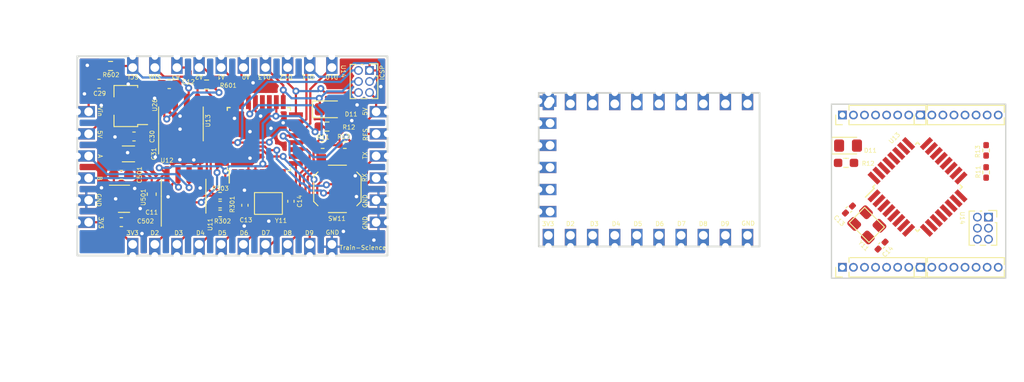
<source format=kicad_pcb>
(kicad_pcb (version 20211014) (generator pcbnew)
  (layers (0 "F.Cu" signal) (31 "B.Cu" signal) (34 "B.Paste" user) (35 "F.Paste" user) (36 "B.SilkS" user "B.Silkscreen") (37 "F.SilkS" user "F.Silkscreen") (38 "B.Mask" user) (39 "F.Mask" user) (44 "Edge.Cuts" user))
  (net 0 "")
  (net 1 "GND")
  (net 2 "/atmega328/X1")
  (net 3 "/atmega328/X2")
  (net 4 "+12V")
  (net 5 "+5V")
  (net 6 "+3V3")
  (net 7 "GPIO_A0")
  (net 8 "GPIO2")
  (net 9 "GPIO3")
  (net 10 "GPIO4")
  (net 11 "GPIO5")
  (net 12 "GPIO6")
  (net 13 "GPIO7")
  (net 14 "GPIO8")
  (net 15 "A")
  (net 16 "B")
  (net 17 "GPIO9")
  (net 18 "GPIO10")
  (net 19 "GPIO11")
  (net 20 "GPIO12")
  (net 21 "GPIO13")
  (net 22 "GPIO_A1")
  (net 23 "GPIO_A2")
  (net 24 "GPIO_A3")
  (net 25 "Rx")
  (net 26 "Net-(R11-Pad2)")
  (net 27 "Tx")
  (net 30 "SDA")
  (net 31 "SCL")
  (net 32 "RESET")
  (net 33 "Net-(D11-Pad2)")
  (footprint "Capacitor_SMD:C_0603_1608Metric_Pad1.08x0.95mm_HandSolder" (layer "F.Cu") (at 144.7489 107.8068)
    (fp_text reference "C502")
    (fp_text value "1uF")
  )
  (footprint "Resistor_SMD:R_0402_1005Metric" (layer "F.Cu") (at 156.083 105.791 180)
    (fp_text reference "R301")
    (fp_text value "10k")
  )
  (footprint "custom_kicad_lib_sk:castellated_2.54mm_01x10" (layer "F.Cu") (at 157.48 111.633)
    (fp_text reference "J401" hide)
    (fp_text value "Conn_01x10_Male" hide)
  )
  (footprint "Capacitor_SMD:C_0402_1005Metric_Pad0.74x0.62mm_HandSolder" (layer "F.Cu") (at 158.928 105.871 -90)
    (fp_text reference "C13")
    (fp_text value "12pF")
  )
  (footprint "Connector_PinSocket_1.27mm:PinSocket_2x03_P1.27mm_Vertical" (layer "F.Cu") (at 244.27 107.23)
    (fp_text reference "U14")
    (fp_text value "HEADER_3x2")
  )
  (footprint "Resistor_SMD:R_0402_1005Metric" (layer "F.Cu") (at 156.083 104.775 180)
    (fp_text reference "R303")
    (fp_text value "10k")
  )
  (footprint "Resistor_SMD:R_0603_1608Metric_Pad0.98x0.95mm_HandSolder" (layer "F.Cu") (at 168.3258 96.8248)
    (fp_text reference "R12")
    (fp_text value "6k2")
  )
  (footprint "Capacitor_SMD:C_0603_1608Metric_Pad1.08x0.95mm_HandSolder" (layer "F.Cu") (at 148.2344 104.5961 -90)
    (fp_text reference "C11")
    (fp_text value "100n")
  )
  (footprint "Package_QFP:TQFP-32_7x7mm_P0.8mm" (layer "F.Cu") (at 160.534 98.2644 90)
    (fp_text reference "U13")
    (fp_text value "ATmega328-A")
  )
  (footprint "custom_kicad_lib_sk:castellated_2.54mm_01x10" (layer "F.Cu") (at 205.187429 110.590113)
    (fp_text reference "J401" hide)
    (fp_text value "Conn_01x10_Male" hide)
  )
  (footprint "Package_QFP:TQFP-32_7x7mm_P0.8mm" (layer "F.Cu") (at 236.125 103.765 45)
    (fp_text reference "U13")
    (fp_text value "ATmega328-A")
  )
  (footprint "custom_kicad_lib_sk:castellated_2.54mm_01x10" (layer "F.Cu") (at 157.48 88.773 180)
    (fp_text reference "J403" hide)
    (fp_text value "Conn_01x10_Male" hide)
  )
  (footprint "Resistor_SMD:R_0402_1005Metric_Pad0.72x0.64mm_HandSolder" (layer "F.Cu") (at 244 102.0975 -90)
    (fp_text reference "R11")
    (fp_text value "10k")
  )
  (footprint "custom_kicad_lib_sk:castellated_2.54mm_01x06" (layer "F.Cu") (at 192.683951 98.980001 -90)
    (fp_text reference "J11" hide)
    (fp_text value "Conn_01x05_Male" hide)
  )
  (footprint "Package_TO_SOT_SMD:SOT-89-3" (layer "F.Cu") (at 145.564071 94.465365 180)
    (fp_text reference "U26")
    (fp_text value "L78L05_SOT89")
  )
  (footprint "Package_SO:SOIC-8_3.9x4.9mm_P1.27mm" (layer "F.Cu") (at 151.892 104.8258 90)
    (fp_text reference "U11")
    (fp_text value "MAX485E")
  )
  (footprint "Connector_PinHeader_1.27mm:PinHeader_1x08_P1.27mm_Vertical" (layer "F.Cu") (at 227.5 113 90)
    (fp_text reference "REF**" hide)
    (fp_text value "PinHeader_1x08_P1.27mm_Vertical")
  )
  (footprint "Capacitor_SMD:C_1206_3216Metric_Pad1.33x1.80mm_HandSolder" (layer "F.Cu") (at 145.564071 99.965365 180)
    (fp_text reference "C31")
    (fp_text value "100uF")
  )
  (footprint "Connector_PinSocket_1.27mm:PinSocket_2x03_P1.27mm_Vertical" (layer "F.Cu") (at 173.234 90.373)
    (fp_text reference "U14")
    (fp_text value "HEADER_3x2")
  )
  (footprint "Capacitor_SMD:C_0603_1608Metric_Pad1.08x0.95mm_HandSolder" (layer "F.Cu") (at 146.201571 97.965365 180)
    (fp_text reference "C30")
    (fp_text value "100nF")
  )
  (footprint "Capacitor_SMD:C_0402_1005Metric_Pad0.74x0.62mm_HandSolder" (layer "F.Cu") (at 164.211 105.41 90)
    (fp_text reference "C14")
    (fp_text value "12pF")
  )
  (footprint "Connector_PinHeader_1.27mm:PinHeader_1x08_P1.27mm_Vertical" (layer "F.Cu") (at 236.5 95.5 90)
    (fp_text reference "REF**" hide)
    (fp_text value "PinHeader_1x08_P1.27mm_Vertical")
  )
  (footprint "Resistor_SMD:R_0603_1608Metric" (layer "F.Cu") (at 154.5336 91.9988 180)
    (fp_text reference "R601")
    (fp_text value "4k7")
  )
  (footprint "Resistor_SMD:R_0402_1005Metric_Pad0.72x0.64mm_HandSolder" (layer "F.Cu") (at 170.3953 98.9584)
    (fp_text reference "R13")
    (fp_text value "10k")
  )
  (footprint "Resistor_SMD:R_0603_1608Metric_Pad0.98x0.95mm_HandSolder" (layer "F.Cu") (at 227.9214 100.9962)
    (fp_text reference "R12")
    (fp_text value "6k2")
  )
  (footprint "Resistor_SMD:R_0402_1005Metric_Pad0.72x0.64mm_HandSolder" (layer "F.Cu") (at 244 99.5575 90)
    (fp_text reference "R13")
    (fp_text value "10k")
  )
  (footprint "Capacitor_SMD:C_0603_1608Metric_Pad1.08x0.95mm_HandSolder" (layer "F.Cu") (at 142.1892 91.8972 180)
    (fp_text reference "C29")
    (fp_text value "330nF")
  )
  (footprint "Resistor_SMD:R_0402_1005Metric_Pad0.72x0.64mm_HandSolder" (layer "F.Cu") (at 167.8553 98.9584 180)
    (fp_text reference "R11")
    (fp_text value "10k")
  )
  (footprint "Resistor_SMD:R_0402_1005Metric" (layer "F.Cu") (at 156.083 106.807 180)
    (fp_text reference "R302")
    (fp_text value "10k")
  )
  (footprint "custom_kicad_lib_sk:castellated_2.54mm_01x06" (layer "F.Cu") (at 175.26 102.743 90)
    (fp_text reference "J12" hide)
    (fp_text value "Conn_01x05_Male" hide)
  )
  (footprint "Capacitor_SMD:C_0603_1608Metric_Pad1.08x0.95mm_HandSolder" (layer "F.Cu") (at 144.75 102.3712 180)
    (fp_text reference "C501")
    (fp_text value "1uF")
  )
  (footprint "custom_kicad_lib_sk:castellated_2.54mm_01x06" (layer "F.Cu") (at 139.7254 100.203 -90)
    (fp_text reference "J11" hide)
    (fp_text value "Conn_01x05_Male" hide)
  )
  (footprint "Resistor_SMD:R_0603_1608Metric" (layer "F.Cu") (at 143.51 89.8652)
    (fp_text reference "R602")
    (fp_text value "4k7")
  )
  (footprint "Package_SO:SOIC-8_3.9x4.9mm_P1.27mm" (layer "F.Cu") (at 151.5872 96.52 90)
    (fp_text reference "U12")
    (fp_text value "24LC256")
  )
  (footprint "custom_kicad_lib_sk:castellated_2.54mm_01x10" (layer "F.Cu") (at 205.187429 92.940501 180)
    (fp_text reference "J403" hide)
    (fp_text value "Conn_01x10_Male" hide)
  )
  (footprint "Connector_PinHeader_1.27mm:PinHeader_1x08_P1.27mm_Vertical" (layer "F.Cu") (at 236.5 113 90)
    (fp_text reference "REF**" hide)
    (fp_text value "PinHeader_1x08_P1.27mm_Vertical")
  )
  (footprint "Connector_PinHeader_1.27mm:PinHeader_1x08_P1.27mm_Vertical" (layer "F.Cu") (at 227.5 95.5 90)
    (fp_text reference "REF**" hide)
    (fp_text value "PinHeader_1x08_P1.27mm_Vertical")
  )
  (footprint "LED_SMD:LED_0805_2012Metric_Pad1.15x1.40mm_HandSolder" (layer "F.Cu") (at 228.15 99.015)
    (fp_text reference "D11")
    (fp_text value "LED")
  )
  (footprint "Button_Switch_SMD:SW_SPST_SKQG_WithStem" (layer "F.Cu") (at 169.545 103.9876 -90)
    (fp_text reference "SW11")
    (fp_text value "SW_SPST")
  )
  (footprint "Capacitor_SMD:C_0603_1608Metric_Pad1.08x0.95mm_HandSolder" (layer "F.Cu") (at 150.241 91.948 180)
    (fp_text reference "C12")
    (fp_text value "100nF")
  )
  (footprint "custom_kicad_lib_sk:crystal_arduino" (layer "F.Cu") (at 230.5 108 -45)
    (fp_text reference "Y11")
    (fp_text value "crystal_arduino")
  )
  (footprint "LED_SMD:LED_0805_2012Metric_Pad1.15x1.40mm_HandSolder" (layer "F.Cu") (at 168.5544 94.8436)
    (fp_text reference "D11")
    (fp_text value "LED")
  )
  (footprint "custom_kicad_lib_sk:crystal_arduino" (layer "F.Cu") (at 161.678 105.444)
    (fp_text reference "Y11")
    (fp_text value "crystal_arduino")
  )
  (footprint "Package_TO_SOT_SMD:SOT-23" (layer "F.Cu") (at 145.0525 105.1246)
    (fp_text reference "U501")
    (fp_text value "XC6206PxxxMR")
  )
  (footprint "Capacitor_SMD:C_0402_1005Metric_Pad0.74x0.62mm_HandSolder" (layer "F.Cu") (at 232 110.5 45)
    (fp_text reference "C14")
    (fp_text value "12pF")
  )
  (footprint "Capacitor_SMD:C_0402_1005Metric_Pad0.74x0.62mm_HandSolder" (layer "F.Cu") (at 228.253521 106.357391 -135)
    (fp_text reference "C13")
    (fp_text value "12pF")
  )
  (gr_rect (start 175.292571 111.645765) (end 139.698971 88.750165) (layer "Edge.Cuts") (width 0.2) (fill none))
  (gr_rect (start 218 110.602878) (end 192.6564 92.957278) (layer "Edge.Cuts") (width 0.2) (fill none))
  (gr_rect (start 226.25 94.25) (end 246.25 114.25) (layer "Edge.Cuts") (width 0.15) (fill none))
  (gr_text "D5" (at 156.3262 109.0422) (layer "F.SilkS") (effects (font (size 0.5 0.5) (thickness 0.075))))
  (gr_text "D8" (at 211.533629 107.999313) (layer "F.SilkS") (effects (font (size 0.5 0.5) (thickness 0.075))))
  (gr_text "Vin" (at 142.3162 95.123 270) (layer "F.SilkS") (effects (font (size 0.5 0.5) (thickness 0.075))))
  (gr_text "D12" (at 163.66 91.123 180) (layer "F.SilkS") (effects (font (size 0.5 0.5) (thickness 0.075))))
  (gr_text "D2" (at 196.283629 107.999313) (layer "F.SilkS") (effects (font (size 0.5 0.5) (thickness 0.075))))
  (gr_text "TX" (at 172.7184 100.1476 90) (layer "F.SilkS") (effects (font (size 0.5 0.5) (thickness 0.075))))
  (gr_text "D10" (at 168.91 91.123 180) (layer "F.SilkS") (effects (font (size 0.5 0.5) (thickness 0.075))))
  (gr_text "GND" (at 216.683629 107.949313) (layer "F.SilkS") (effects (font (size 0.5 0.5) (thickness 0.075))))
  (gr_text "A1" (at 156.162234 91.131203 180) (layer "F.SilkS") (effects (font (size 0.5 0.5) (thickness 0.075))))
  (gr_text "SDA" (at 148.5704 91.123 180) (layer "F.SilkS") (effects (font (size 0.5 0.5) (thickness 0.075))))
  (gr_text "D6" (at 206.533629 107.999313) (layer "F.SilkS") (effects (font (size 0.5 0.5) (thickness 0.075))))
  (gr_text "5V" (at 172.72 95.0976 90) (layer "F.SilkS") (effects (font (size 0.5 0.5) (thickness 0.075))))
  (gr_text "D7" (at 161.323966 109.033997) (layer "F.SilkS") (effects (font (size 0.5 0.5) (thickness 0.075))))
  (gr_text "RES" (at 172.7684 97.7476 90) (layer "F.SilkS") (effects (font (size 0.5 0.5) (thickness 0.075))))
  (gr_text "A0" (at 159.0386 91.123 180) (layer "F.SilkS") (effects (font (size 0.5 0.5) (thickness 0.075))))
  (gr_text "D2" (at 148.5762 109.0422) (layer "F.SilkS") (effects (font (size 0.5 0.5) (thickness 0.075))))
  (gr_text "D4" (at 153.8262 109.0422) (layer "F.SilkS") (effects (font (size 0.5 0.5) (thickness 0.075))))
  (gr_text "5V" (at 142.2908 97.7138 270) (layer "F.SilkS") (effects (font (size 0.5 0.5) (thickness 0.075))))
  (gr_text "3V3" (at 146.0246 109.0422) (layer "F.SilkS") (effects (font (size 0.5 0.5) (thickness 0.075))))
  (gr_text "Train-Science" (at 172.466 110.744) (layer "F.SilkS") (effects (font (size 0.5 0.5) (thickness 0.075))))
  (gr_text "D11" (at 166.16 91.123 180) (layer "F.SilkS") (effects (font (size 0.5 0.5) (thickness 0.075))))
  (gr_text "ICSP" (at 174.6758 90.6272 90) (layer "F.SilkS") (effects (font (size 0.5 0.5) (thickness 0.075))))
  (gr_text "D8" (at 163.8262 109.0422) (layer "F.SilkS") (effects (font (size 0.5 0.5) (thickness 0.075))))
  (gr_text "D13" (at 161.16 91.123 180) (layer "F.SilkS") (effects (font (size 0.5 0.5) (thickness 0.075))))
  (gr_text "D6" (at 158.8262 109.0422) (layer "F.SilkS") (effects (font (size 0.5 0.5) (thickness 0.075))))
  (gr_text "3V3" (at 193.732029 107.999313) (layer "F.SilkS") (effects (font (size 0.5 0.5) (thickness 0.075))))
  (gr_text "RX" (at 172.6684 102.6976 90) (layer "F.SilkS") (effects (font (size 0.5 0.5) (thickness 0.075))))
  (gr_text "D9" (at 166.3262 109.0422) (layer "F.SilkS") (effects (font (size 0.5 0.5) (thickness 0.075))))
  (gr_text "D3" (at 199.033629 107.999313) (layer "F.SilkS") (effects (font (size 0.5 0.5) (thickness 0.075))))
  (gr_text "D7" (at 209.031395 107.99111) (layer "F.SilkS") (effects (font (size 0.5 0.5) (thickness 0.075))))
  (gr_text "GND" (at 172.72 107.8992 90) (layer "F.SilkS") (effects (font (size 0.5 0.5) (thickness 0.075))))
  (gr_text "3V3" (at 142.4162 107.8784 270) (layer "F.SilkS") (effects (font (size 0.5 0.5) (thickness 0.075))))
  (gr_text "SCL" (at 146.0304 91.1098 180) (layer "F.SilkS") (effects (font (size 0.5 0.5) (thickness 0.075))))
  (gr_text "A2" (at 153.66 91.123 180) (layer "F.SilkS") (effects (font (size 0.5 0.5) (thickness 0.075))))
  (gr_text "GND" (at 172.7184 105.3976 90) (layer "F.SilkS") (effects (font (size 0.5 0.5) (thickness 0.075))))
  (gr_text "GND" (at 142.1662 105.2784 270) (layer "F.SilkS") (effects (font (size 0.5 0.5) (thickness 0.075))))
  (gr_text "B" (at 142.2662 102.7784 270) (layer "F.SilkS") (effects (font (size 0.5 0.5) (thickness 0.075))))
  (gr_text "D9" (at 214.033629 107.999313) (layer "F.SilkS") (effects (font (size 0.5 0.5) (thickness 0.075))))
  (gr_text "D4" (at 201.533629 107.999313) (layer "F.SilkS") (effects (font (size 0.5 0.5) (thickness 0.075))))
  (gr_text "D3" (at 151.3262 109.0422) (layer "F.SilkS") (effects (font (size 0.5 0.5) (thickness 0.075))))
  (gr_text "A" (at 142.3162 100.2284 270) (layer "F.SilkS") (effects (font (size 0.5 0.5) (thickness 0.075))))
  (gr_text "A3" (at 151.003 91.186 180) (layer "F.SilkS") (effects (font (size 0.5 0.5) (thickness 0.075))))
  (gr_text "GND" (at 168.9762 108.9922) (layer "F.SilkS") (effects (font (size 0.5 0.5) (thickness 0.075))))
  (gr_text "D5" (at 204.033629 107.999313) (layer "F.SilkS") (effects (font (size 0.5 0.5) (thickness 0.075))))
  (segment (start 159.7105 104.521) (end 158.928 105.3035) (width 0.25) (layer "F.Cu") (net 1))
  (segment (start 160.134 95.023) (end 160.734 95.623) (width 0.25) (layer "F.Cu") (net 1))
  (segment (start 171.395 100.8876) (end 171.395 102.284) (width 0.25) (layer "F.Cu") (net 1))
  (segment (start 160.528 104.521) (end 159.7105 104.521) (width 0.25) (layer "F.Cu") (net 1))
  (segment (start 151.1035 91.948) (end 151.1035 93.8937) (width 0.25) (layer "F.Cu") (net 1))
  (segment (start 171.395 102.284) (end 171.596701 102.485701) (width 0.25) (layer "F.Cu") (net 1))
  (segment (start 151.1035 93.8937) (end 150.9522 94.045) (width 0.25) (layer "F.Cu") (net 1))
  (segment (start 160.134 94.0144) (end 160.134 95.023) (width 0.25) (layer "F.Cu") (net 1))
  (via (at 145.4658 99.822) (size 0.8) (drill 0.4) (layers "F.Cu" "B.Cu") (net 1))
  (via (at 159.512 97.409) (size 0.8) (drill 0.4) (layers "F.Cu" "B.Cu") (net 1))
  (via (at 163.322 96.393) (size 0.8) (drill 0.4) (layers "F.Cu" "B.Cu") (net 1))
  (via (at 161.925 97.028) (size 0.8) (drill 0.4) (layers "F.Cu" "B.Cu") (net 1))
  (via (at 144.0942 105.1306) (size 0.8) (drill 0.4) (layers "F.Cu" "B.Cu") (net 1))
  (via (at 151.484 95.623) (size 0.8) (drill 0.4) (layers "F.Cu" "B.Cu") (net 1))
  (via (at 148.5646 93.5736) (size 0.8) (drill 0.4) (layers "F.Cu" "B.Cu") (net 1))
  (via (at 159.8676 91.7956) (size 0.8) (drill 0.4) (layers "F.Cu" "B.Cu") (net 1))
  (via (at 158.8516 108.2548) (size 0.8) (drill 0.4) (layers "F.Cu" "B.Cu") (net 1))
  (via (at 160.734 95.623) (size 0.8) (drill 0.4) (layers "F.Cu" "B.Cu") (net 1))
  (via (at 158.877 104.14) (size 0.8) (drill 0.4) (layers "F.Cu" "B.Cu") (net 1))
  (via (at 151.4602 100.6348) (size 0.8) (drill 0.4) (layers "F.Cu" "B.Cu") (net 1))
  (via (at 153.797 103.886) (size 0.8) (drill 0.4) (layers "F.Cu" "B.Cu") (net 1))
  (via (at 171.734 104.873) (size 0.8) (drill 0.4) (layers "F.Cu" "B.Cu") (net 1))
  (via (at 142.4686 103.8606) (size 0.8) (drill 0.4) (layers "F.Cu" "B.Cu") (net 1))
  (via (at 153.0604 100.6602) (size 0.8) (drill 0.4) (layers "F.Cu" "B.Cu") (net 1))
  (via (at 171.8056 94.3356) (size 0.8) (drill 0.4) (layers "F.Cu" "B.Cu") (net 1))
  (via (at 157.734 95.885) (size 0.8) (drill 0.4) (layers "F.Cu" "B.Cu") (net 1))
  (via (at 170.234 108.873) (size 0.8) (drill 0.4) (layers "F.Cu" "B.Cu") (net 1))
  (via (at 159.512 100.457) (size 0.8) (drill 0.4) (layers "F.Cu" "B.Cu") (net 1))
  (via (at 171.596701 102.485701) (size 0.8) (drill 0.4) (layers "F.Cu" "B.Cu") (net 1))
  (via (at 146.9136 106.2482) (size 0.8) (drill 0.4) (layers "F.Cu" "B.Cu") (net 1))
  (via (at 142.4432 94.3864) (size 0.8) (drill 0.4) (layers "F.Cu" "B.Cu") (net 1))
  (via (at 147.1168 109.1184) (size 0.8) (drill 0.4) (layers "F.Cu" "B.Cu") (net 1))
  (via (at 145.542 91.948) (size 0.8) (drill 0.4) (layers "F.Cu" "B.Cu") (net 1))
  (via (at 140.5128 93.0656) (size 0.8) (drill 0.4) (layers "F.Cu" "B.Cu") (net 1))
  (via (at 151.484 97.123) (size 0.8) (drill 0.4) (layers "F.Cu" "B.Cu") (net 1))
  (via (at 150.114 104.902) (size 0.8) (drill 0.4) (layers "F.Cu" "B.Cu") (net 1))
  (via (at 171.196 96.139) (size 0.8) (drill 0.4) (layers "F.Cu" "B.Cu") (net 1))
  (via (at 146.2786 103.9368) (size 0.8) (drill 0.4) (layers "F.Cu" "B.Cu") (net 1))
  (via (at 161.671 107.696) (size 0.8) (drill 0.4) (layers "F.Cu" "B.Cu") (net 1))
  (via (at 144.018 98.0186) (size 0.8) (drill 0.4) (layers "F.Cu" "B.Cu") (net 1))
  (via (at 174.5234 92.2274) (size 0.8) (drill 0.4) (layers "F.Cu" "B.Cu") (net 1))
  (via (at 148.6408 100.33) (size 0.8) (drill 0.4) (layers "F.Cu" "B.Cu") (net 1))
  (via (at 173.734 109.873) (size 0.8) (drill 0.4) (layers "F.Cu" "B.Cu") (net 1))
  (via (at 140.843 89.789) (size 0.8) (drill 0.4) (layers "F.Cu" "B.Cu") (net 1))
  (segment (start 160.975 106.614) (end 160.528 106.614) (width 0.25) (layer "F.Cu") (net 2))
  (segment (start 161.671 104.187796) (end 161.671 105.918) (width 0.25) (layer "F.Cu") (net 2))
  (segment (start 162.534 102.5144) (end 162.534 103.324796) (width 0.25) (layer "F.Cu") (net 2))
  (segment (start 161.671 105.918) (end 160.975 106.614) (width 0.25) (layer "F.Cu") (net 2))
  (segment (start 160.528 106.421) (end 158.9455 106.421) (width 0.25) (layer "F.Cu") (net 2))
  (segment (start 162.534 103.324796) (end 161.671 104.187796) (width 0.25) (layer "F.Cu") (net 2))
  (segment (start 163.0495 104.8425) (end 162.728 104.521) (width 0.25) (layer "F.Cu") (net 3))
  (segment (start 163.334 103.747) (end 163.334 102.5144) (width 0.25) (layer "F.Cu") (net 3))
  (segment (start 162.728 104.353) (end 163.334 103.747) (width 0.25) (layer "F.Cu") (net 3))
  (segment (start 164.211 104.8425) (end 163.0495 104.8425) (width 0.25) (layer "F.Cu") (net 3))
  (segment (start 162.728 104.521) (end 162.728 104.353) (width 0.25) (layer "F.Cu") (net 3))
  (segment (start 141.570453 93.557347) (end 142.553947 93.557347) (width 0.25) (layer "F.Cu") (net 4))
  (segment (start 144.076365 92.965365) (end 147.214071 92.965365) (width 0.25) (layer "F.Cu") (net 4))
  (segment (start 140.9954 94.1324) (end 141.570453 93.557347) (width 0.25) (layer "F.Cu") (net 4))
  (segment (start 143.145929 92.965365) (end 143.356235 92.965365) (width 0.25) (layer "F.Cu") (net 4))
  (segment (start 142.553947 93.557347) (end 142.896847 93.214447) (width 0.25) (layer "F.Cu") (net 4))
  (segment (start 143.0517 91.8972) (end 143.0517 92.6581) (width 0.25) (layer "F.Cu") (net 4))
  (segment (start 143.356235 92.962635) (end 143.0517 92.6581) (width 0.25) (layer "F.Cu") (net 4))
  (segment (start 143.356235 92.965365) (end 143.356235 92.962635) (width 0.25) (layer "F.Cu") (net 4))
  (segment (start 140.9954 95.115894) (end 140.9954 94.1324) (width 0.25) (layer "F.Cu") (net 4))
  (segment (start 142.896847 93.214447) (end 143.145929 92.965365) (width 0.25) (layer "F.Cu") (net 4))
  (segment (start 143.576365 92.965365) (end 144.076365 92.965365) (width 0.25) (layer "F.Cu") (net 4))
  (segment (start 143.0517 92.6581) (end 143.0517 93.059594) (width 0.25) (layer "F.Cu") (net 4))
  (segment (start 143.356235 92.965365) (end 143.576365 92.965365) (width 0.25) (layer "F.Cu") (net 4))
  (segment (start 143.0517 93.059594) (end 142.896847 93.214447) (width 0.25) (layer "F.Cu") (net 4))
  (segment (start 156.6805 101.976307) (end 156.6805 104.775) (width 0.25) (layer "F.Cu") (net 5))
  (segment (start 146.3548 91.1352) (end 147.1676 91.948) (width 0.25) (layer "F.Cu") (net 5))
  (segment (start 149.6822 94.045) (end 149.6822 95.6818) (width 0.25) (layer "F.Cu") (net 5))
  (segment (start 156.717905 101.938902) (end 156.6805 101.976307) (width 0.25) (layer "F.Cu") (net 5))
  (segment (start 147.761835 95.965365) (end 149.6822 94.045) (width 0.25) (layer "F.Cu") (net 5))
  (segment (start 147.064071 97.965365) (end 147.064071 99.902865) (width 0.25) (layer "F.Cu") (net 5))
  (segment (start 155.3586 92.3158) (end 155.956 92.9132) (width 0.25) (layer "F.Cu") (net 5))
  (segment (start 169.7978 98.9584) (end 169.7978 97.782586) (width 0.25) (layer "F.Cu") (net 5))
  (segment (start 170.590486 96.9899) (end 172.1231 96.9899) (width 0.25) (layer "F.Cu") (net 5))
  (segment (start 172.72 96.393) (end 173.99 95.123) (width 0.25) (layer "F.Cu") (net 5))
  (segment (start 156.6805 106.807) (end 156.6805 104.775) (width 0.25) (layer "F.Cu") (net 5))
  (segment (start 147.064071 97.965365) (end 147.064071 96.115365) (width 0.25) (layer "F.Cu") (net 5))
  (segment (start 147.064071 96.115365) (end 147.214071 95.965365) (width 0.25) (layer "F.Cu") (net 5))
  (segment (start 160.217111 101.389889) (end 160.134 101.473) (width 0.25) (layer "F.Cu") (net 5))
  (segment (start 162.534 95.573) (end 162.484 95.623) (width 0.25) (layer "F.Cu") (net 5))
  (segment (start 173.99 95.123) (end 173.99 93.669) (width 0.25) (layer "F.Cu") (net 5))
  (segment (start 160.967111 101.131787) (end 160.984 101.114898) (width 0.25) (layer "F.Cu") (net 5))
  (segment (start 142.693035 95.965365) (end 147.214071 95.965365) (width 0.25) (layer "F.Cu") (net 5))
  (segment (start 172.1231 96.9899) (end 172.72 96.393) (width 0.25) (layer "F.Cu") (net 5))
  (segment (start 161.734 101.4644) (end 161.659489 101.389889) (width 0.25) (layer "F.Cu") (net 5))
  (segment (start 161.659489 101.389889) (end 160.967111 101.389889) (width 0.25) (layer "F.Cu") (net 5))
  (segment (start 149.987 102.3508) (end 149.6172 102.3508) (width 0.25) (layer "F.Cu") (net 5))
  (segment (start 149.6822 94.045) (end 149.6822 92.2517) (width 0.25) (layer "F.Cu") (net 5))
  (segment (start 173.99 93.669) (end 173.234 92.913) (width 0.25) (layer "F.Cu") (net 5))
  (segment (start 160.967111 101.389889) (end 160.967111 101.131787) (width 0.25) (layer "F.Cu") (net 5))
  (segment (start 147.066 101.5746) (end 147.066 100.025936) (width 0.25) (layer "F.Cu") (net 5))
  (segment (start 167.4133 96.8248) (end 167.4133 96.997033) (width 0.25) (layer "F.Cu") (net 5))
  (segment (start 145.6125 101.479436) (end 147.126571 99.965365) (width 0.25) (layer "F.Cu") (net 5))
  (segment (start 146.8434 105.1246) (end 148.2344 103.7336) (width 0.25) (layer "F.Cu") (net 5))
  (segment (start 147.066 100.025936) (end 147.126571 99.965365) (width 0.25) (layer "F.Cu") (net 5))
  (segment (start 147.214071 95.965365) (end 147.761835 95.965365) (width 0.25) (layer "F.Cu") (net 5))
  (segment (start 149.6822 92.2517) (end 149.3785 91.948) (width 0.25) (layer "F.Cu") (net 5))
  (segment (start 168.4528 98.9584) (end 169.7978 98.9584) (width 0.25) (layer "F.Cu") (net 5))
  (segment (start 143.955 91.1352) (end 146.3548 91.1352) (width 0.25) (layer "F.Cu") (net 5))
  (segment (start 169.7978 97.782586) (end 170.590486 96.9899) (width 0.25) (layer "F.Cu") (net 5))
  (segment (start 149.6822 95.6818) (end 149.9616 95.9612) (width 0.25) (layer "F.Cu") (net 5))
  (segment (start 147.064071 99.902865) (end 147.126571 99.965365) (width 0.25) (layer "F.Cu") (net 5))
  (segment (start 155.3586 91.9988) (end 155.3586 92.3158) (width 0.25) (layer "F.Cu") (net 5))
  (segment (start 147.1676 91.948) (end 149.3785 91.948) (width 0.25) (layer "F.Cu") (net 5))
  (segment (start 167.9358 96.8248) (end 168.4528 97.3418) (width 0.25) (layer "F.Cu") (net 5))
  (segment (start 167.4133 96.8248) (end 167.9358 96.8248) (width 0.25) (layer "F.Cu") (net 5))
  (segment (start 162.534 94.0144) (end 162.534 95.573) (width 0.25) (layer "F.Cu") (net 5))
  (segment (start 149.098 101.56898) (end 149.20518 101.56898) (width 0.25) (layer "F.Cu") (net 5))
  (segment (start 148.2344 102.743) (end 147.066 101.5746) (width 0.25) (layer "F.Cu") (net 5))
  (segment (start 145.99 105.1246) (end 146.8434 105.1246) (width 0.25) (layer "F.Cu") (net 5))
  (segment (start 161.734 102.5144) (end 161.734 101.4644) (width 0.25) (layer "F.Cu") (net 5))
  (segment (start 148.2344 103.7336) (end 148.2344 102.743) (width 0.25) (layer "F.Cu") (net 5))
  (segment (start 149.6172 102.3508) (end 148.2344 103.7336) (width 0.25) (layer "F.Cu") (net 5))
  (segment (start 149.20518 101.56898) (end 149.987 102.3508) (width 0.25) (layer "F.Cu") (net 5))
  (segment (start 140.9954 97.663) (end 142.693035 95.965365) (width 0.25) (layer "F.Cu") (net 5))
  (segment (start 145.6125 102.3712) (end 145.6125 101.479436) (width 0.25) (layer "F.Cu") (net 5))
  (segment (start 160.134 101.473) (end 160.134 102.5144) (width 0.25) (layer "F.Cu") (net 5))
  (segment (start 167.4133 96.997033) (end 166.985774 97.424559) (width 0.25) (layer "F.Cu") (net 5))
  (segment (start 168.4528 97.3418) (end 168.4528 98.9584) (width 0.25) (layer "F.Cu") (net 5))
  (segment (start 142.685 89.8652) (end 143.955 91.1352) (width 0.25) (layer "F.Cu") (net 5))
  (segment (start 160.967111 101.389889) (end 160.217111 101.389889) (width 0.25) (layer "F.Cu") (net 5))
  (via (at 160.984 101.114898) (size 0.8) (drill 0.4) (layers "F.Cu" "B.Cu") (net 5))
  (via (at 156.717905 101.938902) (size 0.8) (drill 0.4) (layers "F.Cu" "B.Cu") (net 5))
  (via (at 166.985774 97.424559) (size 0.8) (drill 0.4) (layers "F.Cu" "B.Cu") (net 5))
  (via (at 162.484 95.623) (size 0.8) (drill 0.4) (layers "F.Cu" "B.Cu") (net 5))
  (via (at 155.956 92.9132) (size 0.8) (drill 0.4) (layers "F.Cu" "B.Cu") (net 5))
  (via (at 149.9616 95.9612) (size 0.8) (drill 0.4) (layers "F.Cu" "B.Cu") (net 5))
  (via (at 149.098 101.56898) (size 0.8) (drill 0.4) (layers "F.Cu" "B.Cu") (net 5))
  (segment (start 156.163714 101.384711) (end 156.717905 101.938902) (width 0.25) (layer "B.Cu") (net 5))
  (segment (start 165.184215 95.623) (end 162.484 95.623) (width 0.25) (layer "B.Cu") (net 5))
  (segment (start 160.984 101.114898) (end 160.714187 101.384711) (width 0.25) (layer "B.Cu") (net 5))
  (segment (start 160.714187 101.384711) (end 157.137711 101.384711) (width 0.25) (layer "B.Cu") (net 5))
  (segment (start 160.984 96.445) (end 160.984 101.114898) (width 0.25) (layer "B.Cu") (net 5))
  (segment (start 156.717905 101.938902) (end 156.717905 101.804517) (width 0.25) (layer "B.Cu") (net 5))
  (segment (start 155.536289 101.384711) (end 150.533711 101.384711) (width 0.25) (layer "B.Cu") (net 5))
  (segment (start 161.798 95.631) (end 160.984 96.445) (width 0.25) (layer "B.Cu") (net 5))
  (segment (start 155.536289 101.384711) (end 156.163714 101.384711) (width 0.25) (layer "B.Cu") (net 5))
  (segment (start 153.0096 92.9132) (end 149.9616 95.9612) (width 0.25) (layer "B.Cu") (net 5))
  (segment (start 162.484 95.623) (end 162.476 95.631) (width 0.25) (layer "B.Cu") (net 5))
  (segment (start 150.533711 101.384711) (end 150.349442 101.56898) (width 0.25) (layer "B.Cu") (net 5))
  (segment (start 155.956 92.9132) (end 153.0096 92.9132) (width 0.25) (layer "B.Cu") (net 5))
  (segment (start 162.476 95.631) (end 161.798 95.631) (width 0.25) (layer "B.Cu") (net 5))
  (segment (start 156.717905 101.804517) (end 157.137711 101.384711) (width 0.25) (layer "B.Cu") (net 5))
  (segment (start 150.349442 101.56898) (end 149.098 101.56898) (width 0.25) (layer "B.Cu") (net 5))
  (segment (start 166.985774 97.424559) (end 165.184215 95.623) (width 0.25) (layer "B.Cu") (net 5))
  (segment (start 144.115 106.0746) (end 144.115 107.5782) (width 0.25) (layer "F.Cu") (net 6))
  (segment (start 143.8702 107.823) (end 140.9954 107.823) (width 0.25) (layer "F.Cu") (net 6))
  (segment (start 143.8864 107.8068) (end 143.8702 107.823) (width 0.25) (layer "F.Cu") (net 6))
  (segment (start 143.8864 108.1994) (end 146.05 110.363) (width 0.25) (layer "F.Cu") (net 6))
  (segment (start 143.8864 107.8068) (end 143.8864 108.1994) (width 0.25) (layer "F.Cu") (net 6))
  (segment (start 144.115 107.5782) (end 143.8864 107.8068) (width 0.25) (layer "F.Cu") (net 6))
  (segment (start 158.534 90.259) (end 158.75 90.043) (width 0.25) (layer "F.Cu") (net 7))
  (segment (start 158.534 94.0144) (end 158.534 90.259) (width 0.25) (layer "F.Cu") (net 7))
  (segment (start 152.908 105.537) (end 153.924 105.537) (width 0.25) (layer "F.Cu") (net 8))
  (segment (start 153.05032 108.60032) (end 152.527 108.077) (width 0.25) (layer "F.Cu") (net 8))
  (segment (start 155.73302 101.61538) (end 156.284 101.0644) (width 0.25) (layer "F.Cu") (net 8))
  (segment (start 152.527 107.3008) (end 152.527 105.918) (width 0.25) (layer "F.Cu") (net 8))
  (segment (start 151.257 107.696) (end 148.59 110.363) (width 0.25) (layer "F.Cu") (net 8))
  (segment (start 151.257 107.3008) (end 151.257 107.696) (width 0.25) (layer "F.Cu") (net 8))
  (segment (start 155.73302 102.109211) (end 155.73302 101.61538) (width 0.25) (layer "F.Cu") (net 8))
  (segment (start 155.4855 107.258372) (end 154.143552 108.60032) (width 0.25) (layer "F.Cu") (net 8))
  (segment (start 155.4855 106.807) (end 155.4855 107.258372) (width 0.25) (layer "F.Cu") (net 8))
  (segment (start 152.527 108.077) (end 152.527 107.3008) (width 0.25) (layer "F.Cu") (net 8))
  (segment (start 152.527 105.918) (end 152.908 105.537) (width 0.25) (layer "F.Cu") (net 8))
  (segment (start 152.527 107.3008) (end 151.257 107.3008) (width 0.25) (layer "F.Cu") (net 8))
  (segment (start 154.143552 108.60032) (end 153.05032 108.60032) (width 0.25) (layer "F.Cu") (net 8))
  (via (at 155.73302 102.109211) (size 0.8) (drill 0.4) (layers "F.Cu" "B.Cu") (net 8))
  (via (at 153.924 105.537) (size 0.8) (drill 0.4) (layers "F.Cu" "B.Cu") (net 8))
  (segment (start 153.924 105.537) (end 155.73302 103.72798) (width 0.25) (layer "B.Cu") (net 8))
  (segment (start 155.73302 103.72798) (end 155.73302 102.109211) (width 0.25) (layer "B.Cu") (net 8))
  (segment (start 157.734 102.5144) (end 157.353 102.8954) (width 0.25) (layer "F.Cu") (net 9))
  (segment (start 152.44316 109.04984) (end 151.13 110.363) (width 0.25) (layer "F.Cu") (net 9))
  (segment (start 157.353 102.8954) (end 157.353 107.67151) (width 0.25) (layer "F.Cu") (net 9))
  (segment (start 157.353 107.67151) (end 157.22347 107.80104) (width 0.25) (layer "F.Cu") (net 9))
  (segment (start 155.72396 107.80104) (end 154.47516 109.04984) (width 0.25) (layer "F.Cu") (net 9))
  (segment (start 157.22347 107.80104) (end 155.72396 107.80104) (width 0.25) (layer "F.Cu") (net 9))
  (segment (start 154.47516 109.04984) (end 152.44316 109.04984) (width 0.25) (layer "F.Cu") (net 9))
  (segment (start 153.797718 110.363) (end 155.910158 108.25056) (width 0.25) (layer "F.Cu") (net 10))
  (segment (start 157.80252 104.07148) (end 158.534 103.34) (width 0.25) (layer "F.Cu") (net 10))
  (segment (start 157.80252 107.857708) (end 157.80252 104.07148) (width 0.25) (layer "F.Cu") (net 10))
  (segment (start 155.910158 108.25056) (end 157.409668 108.25056) (width 0.25) (layer "F.Cu") (net 10))
  (segment (start 157.409668 108.25056) (end 157.80252 107.857708) (width 0.25) (layer "F.Cu") (net 10))
  (segment (start 158.534 103.34) (end 158.534 102.5144) (width 0.25) (layer "F.Cu") (net 10))
  (segment (start 153.67 110.363) (end 153.797718 110.363) (width 0.25) (layer "F.Cu") (net 10))
  (segment (start 164.986 106.68) (end 164.078621 107.587379) (width 0.25) (layer "F.Cu") (net 11))
  (segment (start 164.793166 102.616) (end 164.793166 104.133363) (width 0.25) (layer "F.Cu") (net 11))
  (segment (start 162.373084 108.64348) (end 159.833803 108.64348) (width 0.25) (layer "F.Cu") (net 11))
  (segment (start 157.416859 109.156141) (end 156.21 110.363) (width 0.25) (layer "F.Cu") (net 11))
  (segment (start 164.986 104.326197) (end 164.986 106.68) (width 0.25) (layer "F.Cu") (net 11))
  (segment (start 159.833803 108.64348) (end 159.321141 109.156141) (width 0.25) (layer "F.Cu") (net 11))
  (segment (start 159.321141 109.156141) (end 157.416859 109.156141) (width 0.25) (layer "F.Cu") (net 11))
  (segment (start 164.784 102.606834) (end 164.793166 102.616) (width 0.25) (layer "F.Cu") (net 11))
  (segment (start 163.838604 108.32096) (end 162.695604 108.32096) (width 0.25) (layer "F.Cu") (net 11))
  (segment (start 164.784 101.0644) (end 164.784 102.606834) (width 0.25) (layer "F.Cu") (net 11))
  (segment (start 162.695604 108.32096) (end 162.373084 108.64348) (width 0.25) (layer "F.Cu") (net 11))
  (segment (start 164.078621 107.587379) (end 164.078621 108.080943) (width 0.25) (layer "F.Cu") (net 11))
  (segment (start 164.793166 104.133363) (end 164.986 104.326197) (width 0.25) (layer "F.Cu") (net 11))
  (segment (start 164.078621 108.080943) (end 163.838604 108.32096) (width 0.25) (layer "F.Cu") (net 11))
  (segment (start 165.90924 101.569986) (end 165.242686 102.23654) (width 0.25) (layer "F.Cu") (net 12))
  (segment (start 164.528141 108.267141) (end 164.024801 108.77048) (width 0.25) (layer "F.Cu") (net 12))
  (segment (start 164.784 100.2644) (end 165.834 100.2644) (width 0.25) (layer "F.Cu") (net 12))
  (segment (start 165.43552 103.96752) (end 165.43552 106.866198) (width 0.25) (layer "F.Cu") (net 12))
  (segment (start 164.528141 107.773577) (end 164.528141 108.267141) (width 0.25) (layer "F.Cu") (net 12))
  (segment (start 162.881802 108.77048) (end 162.559282 109.093) (width 0.25) (layer "F.Cu") (net 12))
  (segment (start 165.242686 102.23654) (end 165.242686 103.774686) (width 0.25) (layer "F.Cu") (net 12))
  (segment (start 160.02 109.093) (end 158.75 110.363) (width 0.25) (layer "F.Cu") (net 12))
  (segment (start 165.834 100.2644) (end 165.90924 100.33964) (width 0.25) (layer "F.Cu") (net 12))
  (segment (start 162.559282 109.093) (end 160.02 109.093) (width 0.25) (layer "F.Cu") (net 12))
  (segment (start 164.024801 108.77048) (end 162.881802 108.77048) (width 0.25) (layer "F.Cu") (net 12))
  (segment (start 165.90924 100.33964) (end 165.90924 101.569986) (width 0.25) (layer "F.Cu") (net 12))
  (segment (start 165.242686 103.774686) (end 165.43552 103.96752) (width 0.25) (layer "F.Cu") (net 12))
  (segment (start 165.43552 106.866198) (end 164.528141 107.773577) (width 0.25) (layer "F.Cu") (net 12))
  (segment (start 166.35876 99.81076) (end 166.0124 99.4644) (width 0.25) (layer "F.Cu") (net 13))
  (segment (start 165.692206 103.439166) (end 165.692206 102.422737) (width 0.25) (layer "F.Cu") (net 13))
  (segment (start 165.692206 102.422737) (end 166.370969 101.743974) (width 0.25) (layer "F.Cu") (net 13))
  (segment (start 165.88504 107.128803) (end 165.88504 103.632) (width 0.25) (layer "F.Cu") (net 13))
  (segment (start 166.0124 99.4644) (end 164.784 99.4644) (width 0.25) (layer "F.Cu") (net 13))
  (segment (start 165.88504 103.632) (end 165.692206 103.439166) (width 0.25) (layer "F.Cu") (net 13))
  (segment (start 165.03148 107.982362) (end 165.88504 107.128803) (width 0.25) (layer "F.Cu") (net 13))
  (segment (start 166.370969 100.835003) (end 166.35876 100.822794) (width 0.25) (layer "F.Cu") (net 13))
  (segment (start 166.35876 100.822794) (end 166.35876 99.81076) (width 0.25) (layer "F.Cu") (net 13))
  (segment (start 163.068 109.22) (end 164.211 109.22) (width 0.25) (layer "F.Cu") (net 13))
  (segment (start 166.370969 101.743974) (end 166.370969 100.835003) (width 0.25) (layer "F.Cu") (net 13))
  (segment (start 165.03148 108.39952) (end 165.03148 107.982362) (width 0.25) (layer "F.Cu") (net 13))
  (segment (start 161.29 110.363) (end 161.925 110.363) (width 0.25) (layer "F.Cu") (net 13))
  (segment (start 164.211 109.22) (end 165.03148 108.39952) (width 0.25) (layer "F.Cu") (net 13))
  (segment (start 161.925 110.363) (end 163.068 109.22) (width 0.25) (layer "F.Cu") (net 13))
  (segment (start 166.33456 103.401974) (end 166.33456 107.315) (width 0.25) (layer "F.Cu") (net 14))
  (segment (start 165.481 108.16856) (end 165.481 108.712) (width 0.25) (layer "F.Cu") (net 14))
  (segment (start 166.80828 99.551594) (end 166.80828 100.636597) (width 0.25) (layer "F.Cu") (net 14))
  (segment (start 164.784 98.6644) (end 166.05318 98.6644) (width 0.25) (layer "F.Cu") (net 14))
  (segment (start 166.141726 103.20914) (end 166.33456 103.401974) (width 0.25) (layer "F.Cu") (net 14))
  (segment (start 166.05318 98.6644) (end 166.57578 99.187) (width 0.25) (layer "F.Cu") (net 14))
  (segment (start 166.80828 100.636597) (end 166.820489 100.648806) (width 0.25) (layer "F.Cu") (net 14))
  (segment (start 166.57578 99.187) (end 166.57578 99.319094) (width 0.25) (layer "F.Cu") (net 14))
  (segment (start 166.33456 107.315) (end 165.481 108.16856) (width 0.25) (layer "F.Cu") (net 14))
  (segment (start 166.820489 101.930171) (end 166.141726 102.608934) (width 0.25) (layer "F.Cu") (net 14))
  (segment (start 165.481 108.712) (end 163.83 110.363) (width 0.25) (layer "F.Cu") (net 14))
  (segment (start 166.141726 102.608934) (end 166.141726 103.20914) (width 0.25) (layer "F.Cu") (net 14))
  (segment (start 166.820489 100.648806) (end 166.820489 101.930171) (width 0.25) (layer "F.Cu") (net 14))
  (segment (start 166.57578 99.319094) (end 166.80828 99.551594) (width 0.25) (layer "F.Cu") (net 14))
  (segment (start 152.527 103.8352) (end 152.527 102.3508) (width 0.25) (layer "F.Cu") (net 15))
  (via (at 152.527 103.8352) (size 0.8) (drill 0.4) (layers "F.Cu" "B.Cu") (net 15))
  (segment (start 140.9954 100.203) (end 143.08588 102.29348) (width 0.25) (layer "B.Cu") (net 15))
  (segment (start 143.08588 102.29348) (end 150.98528 102.29348) (width 0.25) (layer "B.Cu") (net 15))
  (segment (start 150.98528 102.29348) (end 152.527 103.8352) (width 0.25) (layer "B.Cu") (net 15))
  (segment (start 151.3078 102.4016) (end 151.257 102.3508) (width 0.25) (layer "F.Cu") (net 16))
  (segment (start 151.3078 103.7844) (end 151.3078 102.4016) (width 0.25) (layer "F.Cu") (net 16))
  (via (at 151.3078 103.7844) (size 0.8) (drill 0.4) (layers "F.Cu" "B.Cu") (net 16))
  (segment (start 140.9954 102.743) (end 150.2664 102.743) (width 0.25) (layer "B.Cu") (net 16))
  (segment (start 150.2664 102.743) (end 151.3078 103.7844) (width 0.25) (layer "B.Cu") (net 16))
  (segment (start 163.3746 97.8644) (end 163.322 97.917) (width 0.25) (layer "F.Cu") (net 17))
  (segment (start 166.866237 102.909037) (end 166.78408 102.991194) (width 0.25) (layer "F.Cu") (net 17))
  (segment (start 164.784 97.8644) (end 163.3746 97.8644) (width 0.25) (layer "F.Cu") (net 17))
  (segment (start 166.78408 102.991194) (end 166.78408 107.53592) (width 0.25) (layer "F.Cu") (net 17))
  (segment (start 166.37 107.95) (end 166.37 110.363) (width 0.25) (layer "F.Cu") (net 17))
  (segment (start 166.78408 107.53592) (end 166.37 107.95) (width 0.25) (layer "F.Cu") (net 17))
  (via (at 166.866237 102.909037) (size 0.8) (drill 0.4) (layers "F.Cu" "B.Cu") (net 17))
  (via (at 163.322 97.917) (size 0.8) (drill 0.4) (layers "F.Cu" "B.Cu") (net 17))
  (segment (start 164.046511 98.641511) (end 163.322 97.917) (width 0.25) (layer "B.Cu") (net 17))
  (segment (start 164.046511 100.089311) (end 164.046511 98.641511) (width 0.25) (layer "B.Cu") (net 17))
  (segment (start 166.866237 102.909037) (end 164.046511 100.089311) (width 0.25) (layer "B.Cu") (net 17))
  (segment (start 168.91 90.043) (end 166.43852 92.51448) (width 0.25) (layer "F.Cu") (net 18))
  (segment (start 166.43852 96.45988) (end 165.834 97.0644) (width 0.25) (layer "F.Cu") (net 18))
  (segment (start 166.43852 92.51448) (end 166.43852 96.45988) (width 0.25) (layer "F.Cu") (net 18))
  (segment (start 165.834 97.0644) (end 164.784 97.0644) (width 0.25) (layer "F.Cu") (net 18))
  (segment (start 165.989 95.983422) (end 165.708022 96.2644) (width 0.25) (layer "F.Cu") (net 19))
  (segment (start 165.989 90.424) (end 165.989 95.983422) (width 0.25) (layer "F.Cu") (net 19))
  (segment (start 165.708022 96.2644) (end 164.784 96.2644) (width 0.25) (layer "F.Cu") (net 19))
  (segment (start 166.37 90.043) (end 165.989 90.424) (width 0.25) (layer "F.Cu") (net 19))
  (segment (start 167.424511 91.097511) (end 166.37 90.043) (width 0.25) (layer "B.Cu") (net 19))
  (segment (start 174.117 89.662) (end 173.99 89.535) (width 0.25) (layer "B.Cu") (net 19))
  (segment (start 171.447022 89.535) (end 169.884511 91.097511) (width 0.25) (layer "B.Cu") (net 19))
  (segment (start 174.117 91.059) (end 174.117 89.662) (width 0.25) (layer "B.Cu") (net 19))
  (segment (start 173.533 91.643) (end 174.117 91.059) (width 0.25) (layer "B.Cu") (net 19))
  (segment (start 169.884511 91.097511) (end 167.424511 91.097511) (width 0.25) (layer "B.Cu") (net 19))
  (segment (start 173.234 91.643) (end 173.533 91.643) (width 0.25) (layer "B.Cu") (net 19))
  (segment (start 173.99 89.535) (end 171.447022 89.535) (width 0.25) (layer "B.Cu") (net 19))
  (segment (start 164.784 92.7496) (end 163.83 91.7956) (width 0.25) (layer "F.Cu") (net 20))
  (segment (start 168.097 92.913) (end 171.964 92.913) (width 0.25) (layer "F.Cu") (net 20))
  (segment (start 164.784 95.4644) (end 164.784 92.7496) (width 0.25) (layer "F.Cu") (net 20))
  (segment (start 167.64 92.456) (end 168.097 92.913) (width 0.25) (layer "F.Cu") (net 20))
  (segment (start 163.83 91.7956) (end 163.83 90.043) (width 0.25) (layer "F.Cu") (net 20))
  (via (at 167.64 92.456) (size 0.8) (drill 0.4) (layers "F.Cu" "B.Cu") (net 20))
  (via (at 164.784 92.7496) (size 0.8) (drill 0.4) (layers "F.Cu" "B.Cu") (net 20))
  (segment (start 167.64 92.456) (end 167.3464 92.7496) (width 0.25) (layer "B.Cu") (net 20))
  (segment (start 167.3464 92.7496) (end 164.784 92.7496) (width 0.25) (layer "B.Cu") (net 20))
  (segment (start 167.5294 94.8436) (end 167.5294 93.6408) (width 0.25) (layer "F.Cu") (net 21))
  (segment (start 167.5294 93.6408) (end 167.4622 93.5736) (width 0.25) (layer "F.Cu") (net 21))
  (segment (start 161.29 90.043) (end 163.334 92.087) (width 0.25) (layer "F.Cu") (net 21))
  (segment (start 163.334 94.0144) (end 163.334 92.6218) (width 0.25) (layer "F.Cu") (net 21))
  (segment (start 163.334 92.087) (end 163.334 92.6218) (width 0.25) (layer "F.Cu") (net 21))
  (via (at 163.334 92.6218) (size 0.8) (drill 0.4) (layers "F.Cu" "B.Cu") (net 21))
  (via (at 167.4622 93.5736) (size 0.8) (drill 0.4) (layers "F.Cu" "B.Cu") (net 21))
  (segment (start 171.247 91.643) (end 170.112193 92.777807) (width 0.25) (layer "B.Cu") (net 21))
  (segment (start 167.547014 93.5736) (end 167.4622 93.5736) (width 0.25) (layer "B.Cu") (net 21))
  (segment (start 167.4622 93.5736) (end 164.2858 93.5736) (width 0.25) (layer "B.Cu") (net 21))
  (segment (start 171.964 91.643) (end 171.247 91.643) (width 0.25) (layer "B.Cu") (net 21))
  (segment (start 170.112193 92.777807) (end 168.342807 92.777807) (width 0.25) (layer "B.Cu") (net 21))
  (segment (start 168.342807 92.777807) (end 167.547014 93.5736) (width 0.25) (layer "B.Cu") (net 21))
  (segment (start 164.2858 93.5736) (end 163.334 92.6218) (width 0.25) (layer "B.Cu") (net 21))
  (segment (start 157.734 94.0144) (end 157.734 91.567) (width 0.25) (layer "F.Cu") (net 22))
  (segment (start 157.734 91.567) (end 156.21 90.043) (width 0.25) (layer "F.Cu") (net 22))
  (segment (start 155.207111 91.097511) (end 155.956 91.097511) (width 0.25) (layer "F.Cu") (net 23))
  (segment (start 156.845 94.107) (end 156.284 94.668) (width 0.25) (layer "F.Cu") (net 23))
  (segment (start 153.67 89.5604) (end 153.67 88.875185) (width 0.25) (layer "F.Cu") (net 23))
  (segment (start 156.284 94.668) (end 156.284 95.4644) (width 0.25) (layer "F.Cu") (net 23))
  (segment (start 156.845 91.986511) (end 156.845 94.107) (width 0.25) (layer "F.Cu") (net 23))
  (segment (start 155.956 91.097511) (end 156.845 91.986511) (width 0.25) (layer "F.Cu") (net 23))
  (segment (start 155.207111 91.097511) (end 153.67 89.5604) (width 0.25) (layer "F.Cu") (net 23))
  (segment (start 152.783978 91.186) (end 154.2796 91.186) (width 0.25) (layer "F.Cu") (net 24))
  (segment (start 152.695489 90.465489) (end 152.695489 91.097511) (width 0.25) (layer "F.Cu") (net 24))
  (segment (start 154.2796 91.186) (end 154.5336 91.44) (width 0.25) (layer "F.Cu") (net 24))
  (segment (start 155.159489 94.776511) (end 155.159489 96.189889) (width 0.25) (layer "F.Cu") (net 24))
  (segment (start 155.159489 96.189889) (end 155.234 96.2644) (width 0.25) (layer "F.Cu") (net 24))
  (segment (start 155.234 96.2644) (end 156.284 96.2644) (width 0.25) (layer "F.Cu") (net 24))
  (segment (start 155.194 93.4212) (end 155.194 94.742) (width 0.25) (layer "F.Cu") (net 24))
  (segment (start 152.273 90.043) (end 152.695489 90.465489) (width 0.25) (layer "F.Cu") (net 24))
  (segment (start 154.5336 92.7608) (end 155.194 93.4212) (width 0.25) (layer "F.Cu") (net 24))
  (segment (start 154.5336 91.44) (end 154.5336 92.7608) (width 0.25) (layer "F.Cu") (net 24))
  (segment (start 155.194 94.742) (end 155.159489 94.776511) (width 0.25) (layer "F.Cu") (net 24))
  (segment (start 151.13 90.043) (end 152.273 90.043) (width 0.25) (layer "F.Cu") (net 24))
  (segment (start 152.695489 91.097511) (end 152.783978 91.186) (width 0.25) (layer "F.Cu") (net 24))
  (segment (start 168.5423 104.4702) (end 169.10878 103.90372) (width 0.25) (layer "F.Cu") (net 25))
  (segment (start 155.4855 104.775) (end 154.559 103.8485) (width 0.25) (layer "F.Cu") (net 25))
  (segment (start 173.614 102.743) (end 173.99 102.743) (width 0.25) (layer "F.Cu") (net 25))
  (segment (start 169.10878 103.90372) (end 172.45328 103.90372) (width 0.25) (layer "F.Cu") (net 25))
  (segment (start 154.559 103.8485) (end 154.559 99.822) (width 0.25) (layer "F.Cu") (net 25))
  (segment (start 154.94 99.441) (end 154.9634 99.4644) (width 0.25) (layer "F.Cu") (net 25))
  (segment (start 154.9634 99.4644) (end 156.284 99.4644) (width 0.25) (layer "F.Cu") (net 25))
  (segment (start 161.200306 99.11392) (end 158.675494 99.11392) (width 0.25) (layer "F.Cu") (net 25))
  (segment (start 149.987 106.924728) (end 149.987 107.3008) (width 0.25) (layer "F.Cu") (net 25))
  (segment (start 152.136728 104.775) (end 149.987 106.924728) (width 0.25) (layer "F.Cu") (net 25))
  (segment (start 167.9581 104.4702) (end 168.5423 104.4702) (width 0.25) (layer "F.Cu") (net 25))
  (segment (start 172.45328 103.90372) (end 173.614 102.743) (width 0.25) (layer "F.Cu") (net 25))
  (segment (start 162.5854 99.5399) (end 161.626286 99.5399) (width 0.25) (layer "F.Cu") (net 25))
  (segment (start 154.559 99.822) (end 154.94 99.441) (width 0.25) (layer "F.Cu") (net 25))
  (segment (start 155.4855 104.775) (end 152.136728 104.775) (width 0.25) (layer "F.Cu") (net 25))
  (segment (start 161.626286 99.5399) (end 161.200306 99.11392) (width 0.25) (layer "F.Cu") (net 25))
  (segment (start 158.675494 99.11392) (end 158.325014 99.4644) (width 0.25) (layer "F.Cu") (net 25))
  (segment (start 158.325014 99.4644) (end 156.284 99.4644) (width 0.25) (layer "F.Cu") (net 25))
  (via (at 167.9581 104.4702) (size 0.8) (drill 0.4) (layers "F.Cu" "B.Cu") (net 25))
  (via (at 162.5854 99.5399) (size 0.8) (drill 0.4) (layers "F.Cu" "B.Cu") (net 25))
  (segment (start 162.5854 100.541814) (end 162.5854 99.5399) (width 0.25) (layer "B.Cu") (net 25))
  (segment (start 167.666611 104.178711) (end 167.9581 104.4702) (width 0.25) (layer "B.Cu") (net 25))
  (segment (start 166.47558 104.178711) (end 167.666611 104.178711) (width 0.25) (layer "B.Cu") (net 25))
  (segment (start 166.47558 104.178711) (end 165.666834 103.369966) (width 0.25) (layer "B.Cu") (net 25))
  (segment (start 165.666834 103.369966) (end 165.413552 103.369966) (width 0.25) (layer "B.Cu") (net 25))
  (segment (start 165.413552 103.369966) (end 162.5854 100.541814) (width 0.25) (layer "B.Cu") (net 25))
  (segment (start 159.484 95.373) (end 159.484 94.1644) (width 0.25) (layer "F.Cu") (net 26))
  (segment (start 167.695 100.8876) (end 167.695 103.104888) (width 0.25) (layer "F.Cu") (net 26))
  (segment (start 167.695 105.736) (end 167.695 107.0876) (width 0.25) (layer "F.Cu") (net 26))
  (segment (start 159.484 94.1644) (end 159.334 94.0144) (width 0.25) (layer "F.Cu") (net 26))
  (segment (start 167.2578 98.9584) (end 167.2578 98.564132) (width 0.25) (layer "F.Cu") (net 26))
  (segment (start 167.695 103.104888) (end 167.2336 103.566288) (width 0.25) (layer "F.Cu") (net 26))
  (segment (start 167.2578 100.4504) (end 167.695 100.8876) (width 0.25) (layer "F.Cu") (net 26))
  (segment (start 167.2578 98.9584) (end 167.2578 100.4504) (width 0.25) (layer "F.Cu") (net 26))
  (segment (start 167.2336 105.2746) (end 167.695 105.736) (width 0.25) (layer "F.Cu") (net 26))
  (segment (start 167.2578 98.564132) (end 167.7283 98.093632) (width 0.25) (layer "F.Cu") (net 26))
  (segment (start 167.2336 103.566288) (end 167.2336 105.2746) (width 0.25) (layer "F.Cu") (net 26))
  (via (at 167.7283 98.093632) (size 0.8) (drill 0.4) (layers "F.Cu" "B.Cu") (net 26))
  (via (at 159.484 95.373) (size 0.8) (drill 0.4) (layers "F.Cu" "B.Cu") (net 26))
  (segment (start 166.734 94.373) (end 160.484 94.373) (width 0.25) (layer "B.Cu") (net 26))
  (segment (start 160.484 94.373) (end 159.484 95.373) (width 0.25) (layer "B.Cu") (net 26))
  (segment (start 167.7283 95.3673) (end 167.234 94.873) (width 0.25) (layer "B.Cu") (net 26))
  (segment (start 167.7283 98.093632) (end 167.7283 95.3673) (width 0.25) (layer "B.Cu") (net 26))
  (segment (start 167.234 94.873) (end 166.734 94.373) (width 0.25) (layer "B.Cu") (net 26))
  (segment (start 172.935489 102.171511) (end 171.6528 103.4542) (width 0.25) (layer "F.Cu") (net 27))
  (segment (start 156.284 100.2644) (end 155.234 100.2644) (width 0.25) (layer "F.Cu") (net 27))
  (segment (start 161.014108 99.56344) (end 158.861692 99.56344) (width 0.25) (layer "F.Cu") (net 27))
  (segment (start 173.99 100.203) (end 172.935489 101.257511) (width 0.25) (layer "F.Cu") (net 27))
  (segment (start 163.311389 100.264411) (end 161.715079 100.264411) (width 0.25) (layer "F.Cu") (net 27))
  (segment (start 153.9757 107.3008) (end 155.4855 105.791) (width 0.25) (layer "F.Cu") (net 27))
  (segment (start 155.234 100.2644) (end 155.00852 100.48988) (width 0.25) (layer "F.Cu") (net 27))
  (segment (start 155.00852 100.48988) (end 155.00852 103.365767) (width 0.25) (layer "F.Cu") (net 27))
  (segment (start 172.935489 101.257511) (end 172.935489 102.171511) (width 0.25) (layer "F.Cu") (net 27))
  (segment (start 163.322 100.2538) (end 163.311389 100.264411) (width 0.25) (layer "F.Cu") (net 27))
  (segment (start 153.797 107.3008) (end 153.9757 107.3008) (width 0.25) (layer "F.Cu") (net 27))
  (segment (start 158.861692 99.56344) (end 158.160732 100.2644) (width 0.25) (layer "F.Cu") (net 27))
  (segment (start 158.160732 100.2644) (end 156.284 100.2644) (width 0.25) (layer "F.Cu") (net 27))
  (segment (start 171.6528 103.4542) (end 168.356234 103.4542) (width 0.25) (layer "F.Cu") (net 27))
  (segment (start 156.083 104.440247) (end 156.083 105.1935) (width 0.25) (layer "F.Cu") (net 27))
  (segment (start 168.356234 103.4542) (end 168.284827 103.525607) (width 0.25) (layer "F.Cu") (net 27))
  (segment (start 161.715079 100.264411) (end 161.014108 99.56344) (width 0.25) (layer "F.Cu") (net 27))
  (segment (start 156.083 105.1935) (end 155.4855 105.791) (width 0.25) (layer "F.Cu") (net 27))
  (segment (start 155.00852 103.365767) (end 156.083 104.440247) (width 0.25) (layer "F.Cu") (net 27))
  (via (at 163.322 100.2538) (size 0.8) (drill 0.4) (layers "F.Cu" "B.Cu") (net 27))
  (via (at 168.284827 103.525607) (size 0.8) (drill 0.4) (layers "F.Cu" "B.Cu") (net 27))
  (segment (start 166.566134 103.633548) (end 168.176886 103.633548) (width 0.25) (layer "B.Cu") (net 27))
  (segment (start 163.322 100.389414) (end 163.322 100.2538) (width 0.25) (layer "B.Cu") (net 27))
  (segment (start 166.566134 103.633548) (end 163.322 100.389414) (width 0.25) (layer "B.Cu") (net 27))
  (segment (start 168.176886 103.633548) (end 168.284827 103.525607) (width 0.25) (layer "B.Cu") (net 27))
  (segment (start 153.3398 91.694) (end 153.4922 91.8464) (width 0.25) (layer "F.Cu") (net 30))
  (segment (start 148.59 90.043) (end 149.644511 91.097511) (width 0.25) (layer "F.Cu") (net 30))
  (segment (start 153.4922 91.8464) (end 153.4922 94.045) (width 0.25) (layer "F.Cu") (net 30))
  (segment (start 156.284 97.0644) (end 154.9764 97.0644) (width 0.25) (layer "F.Cu") (net 30))
  (segment (start 154.9764 97.0644) (end 153.4922 95.5802) (width 0.25) (layer "F.Cu") (net 30))
  (segment (start 152.65626 91.694) (end 153.3398 91.694) (width 0.25) (layer "F.Cu") (net 30))
  (segment (start 153.4922 95.5802) (end 153.4922 94.045) (width 0.25) (layer "F.Cu") (net 30))
  (segment (start 149.644511 91.097511) (end 152.059771 91.097511) (width 0.25) (layer "F.Cu") (net 30))
  (segment (start 152.059771 91.097511) (end 152.65626 91.694) (width 0.25) (layer "F.Cu") (net 30))
  (segment (start 144.335 89.8652) (end 145.8722 89.8652) (width 0.25) (layer "F.Cu") (net 31))
  (segment (start 152.477605 92.396128) (end 152.477605 93.789595) (width 0.25) (layer "F.Cu") (net 31))
  (segment (start 152.2222 94.945918) (end 155.140682 97.8644) (width 0.25) (layer "F.Cu") (net 31))
  (segment (start 152.477605 93.789595) (end 152.2222 94.045) (width 0.25) (layer "F.Cu") (net 31))
  (segment (start 145.8722 89.8652) (end 146.05 90.043) (width 0.25) (layer "F.Cu") (net 31))
  (segment (start 152.2222 94.045) (end 152.2222 94.945918) (width 0.25) (layer "F.Cu") (net 31))
  (segment (start 155.140682 97.8644) (end 156.284 97.8644) (width 0.25) (layer "F.Cu") (net 31))
  (via (at 152.477605 92.396128) (size 0.8) (drill 0.4) (layers "F.Cu" "B.Cu") (net 31))
  (segment (start 151.267477 91.186) (end 152.477605 92.396128) (width 0.25) (layer "B.Cu") (net 31))
  (segment (start 147.193 91.186) (end 149.86 91.186) (width 0.25) (layer "B.Cu") (net 31))
  (segment (start 149.86 91.186) (end 151.267477 91.186) (width 0.25) (layer "B.Cu") (net 31))
  (segment (start 146.05 90.043) (end 147.193 91.186) (width 0.25) (layer "B.Cu") (net 31))
  (segment (start 158.1004 98.6644) (end 161.6926 98.6644) (width 0.25) (layer "F.Cu") (net 32))
  (segment (start 156.284 98.6644) (end 158.1004 98.6644) (width 0.25) (layer "F.Cu") (net 32))
  (segment (start 161.6926 98.6644) (end 161.734 98.623) (width 0.25) (layer "F.Cu") (net 32))
  (segment (start 170.9928 98.9584) (end 170.9928 98.4758) (width 0.25) (layer "F.Cu") (net 32))
  (segment (start 173.99 97.663) (end 172.2882 97.663) (width 0.25) (layer "F.Cu") (net 32))
  (segment (start 172.2882 97.663) (end 170.9928 98.9584) (width 0.25) (layer "F.Cu") (net 32))
  (segment (start 170.9928 98.4758) (end 170.561 98.044) (width 0.25) (layer "F.Cu") (net 32))
  (via (at 158.1004 98.6644) (size 0.8) (drill 0.4) (layers "F.Cu" "B.Cu") (net 32))
  (via (at 170.561 98.044) (size 0.8) (drill 0.4) (layers "F.Cu" "B.Cu") (net 32))
  (via (at 161.734 98.623) (size 0.8) (drill 0.4) (layers "F.Cu" "B.Cu") (net 32))
  (segment (start 163.021897 97.192489) (end 163.622103 97.192489) (width 0.25) (layer "B.Cu") (net 32))
  (segment (start 161.544 91.694) (end 158.623 94.615) (width 0.25) (layer "B.Cu") (net 32))
  (segment (start 166.759614 100.33) (end 168.275 100.33) (width 0.25) (layer "B.Cu") (net 32))
  (segment (start 168.275 100.33) (end 170.561 98.044) (width 0.25) (layer "B.Cu") (net 32))
  (segment (start 161.734 98.623) (end 161.734 98.480386) (width 0.25) (layer "B.Cu") (net 32))
  (segment (start 161.734 98.480386) (end 163.021897 97.192489) (width 0.25) (layer "B.Cu") (net 32))
  (segment (start 169.92701 91.694) (end 161.544 91.694) (width 0.25) (layer "B.Cu") (net 32))
  (segment (start 158.623 98.1418) (end 158.1004 98.6644) (width 0.25) (layer "B.Cu") (net 32))
  (segment (start 171.964 90.373) (end 171.248011 90.373) (width 0.25) (layer "B.Cu") (net 32))
  (segment (start 171.248011 90.373) (end 169.92701 91.694) (width 0.25) (layer "B.Cu") (net 32))
  (segment (start 163.622103 97.192489) (end 166.759614 100.33) (width 0.25) (layer "B.Cu") (net 32))
  (segment (start 158.623 94.615) (end 158.623 98.1418) (width 0.25) (layer "B.Cu") (net 32))
  (segment (start 169.2383 96.8248) (end 169.2383 95.1847) (width 0.25) (layer "F.Cu") (net 33))
  (segment (start 169.2383 95.1847) (end 169.5794 94.8436) (width 0.25) (layer "F.Cu") (net 33))
  (zone (net 1) (net_name "GND") (layers F&B.Cu) (connect_pads (clearance 0.254)) (min_thickness 0.254) (fill yes (thermal_gap 0.254) (thermal_bridge_width 0.254))
    (polygon (pts (xy 175.887318 112.088294) (xy 138.955718 111.986694) (xy 139.2682 88.5444) (xy 175.6664 88.5444)))
  )
)
</source>
